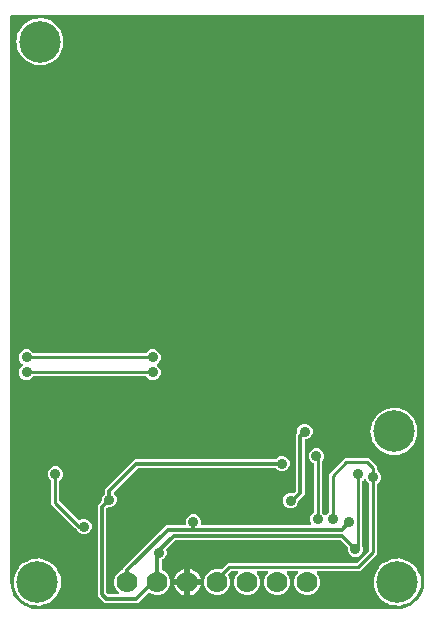
<source format=gbr>
G04 EAGLE Gerber RS-274X export*
G75*
%MOMM*%
%FSLAX34Y34*%
%LPD*%
%INBottom Copper*%
%IPPOS*%
%AMOC8*
5,1,8,0,0,1.08239X$1,22.5*%
G01*
%ADD10C,3.516000*%
%ADD11C,1.778000*%
%ADD12C,0.889000*%
%ADD13C,0.254000*%
%ADD14C,0.906400*%
%ADD15C,0.304800*%

G36*
X330222Y2543D02*
X330222Y2543D01*
X330300Y2545D01*
X333677Y2810D01*
X333745Y2824D01*
X333814Y2829D01*
X333970Y2869D01*
X340394Y4956D01*
X340501Y5006D01*
X340612Y5050D01*
X340663Y5083D01*
X340682Y5091D01*
X340697Y5104D01*
X340748Y5136D01*
X346212Y9107D01*
X346299Y9188D01*
X346346Y9227D01*
X346352Y9231D01*
X346353Y9232D01*
X346391Y9264D01*
X346429Y9310D01*
X346444Y9324D01*
X346455Y9342D01*
X346493Y9388D01*
X348186Y11717D01*
X348199Y11741D01*
X348216Y11761D01*
X348275Y11880D01*
X348339Y11996D01*
X348346Y12022D01*
X348358Y12046D01*
X348385Y12174D01*
X348399Y12185D01*
X348423Y12196D01*
X348525Y12281D01*
X348631Y12361D01*
X348648Y12382D01*
X348668Y12398D01*
X348771Y12522D01*
X350464Y14852D01*
X350521Y14956D01*
X350585Y15056D01*
X350607Y15113D01*
X350617Y15131D01*
X350622Y15151D01*
X350644Y15206D01*
X352731Y21630D01*
X352744Y21698D01*
X352767Y21764D01*
X352790Y21923D01*
X353055Y25300D01*
X353055Y25304D01*
X353056Y25307D01*
X353055Y25326D01*
X353059Y25400D01*
X353059Y504190D01*
X353044Y504308D01*
X353037Y504427D01*
X353024Y504465D01*
X353019Y504506D01*
X352976Y504616D01*
X352939Y504729D01*
X352917Y504764D01*
X352902Y504801D01*
X352833Y504897D01*
X352769Y504998D01*
X352739Y505026D01*
X352716Y505059D01*
X352624Y505135D01*
X352537Y505216D01*
X352502Y505236D01*
X352471Y505261D01*
X352363Y505312D01*
X352259Y505370D01*
X352219Y505380D01*
X352183Y505397D01*
X352066Y505419D01*
X351951Y505449D01*
X351891Y505453D01*
X351871Y505457D01*
X351850Y505455D01*
X351790Y505459D01*
X30157Y505459D01*
X30039Y505444D01*
X29920Y505437D01*
X29881Y505424D01*
X29842Y505419D01*
X29731Y505376D01*
X29617Y505339D01*
X29583Y505317D01*
X29546Y505302D01*
X29450Y505232D01*
X29386Y505192D01*
X29361Y505216D01*
X29303Y505248D01*
X29250Y505289D01*
X29164Y505325D01*
X29083Y505370D01*
X29018Y505386D01*
X28957Y505412D01*
X28865Y505426D01*
X28775Y505449D01*
X28660Y505456D01*
X28642Y505459D01*
X28628Y505458D01*
X28614Y505459D01*
X3810Y505459D01*
X3692Y505444D01*
X3573Y505437D01*
X3535Y505424D01*
X3494Y505419D01*
X3384Y505376D01*
X3271Y505339D01*
X3236Y505317D01*
X3199Y505302D01*
X3103Y505233D01*
X3002Y505169D01*
X2974Y505139D01*
X2941Y505116D01*
X2865Y505024D01*
X2784Y504937D01*
X2764Y504902D01*
X2739Y504871D01*
X2688Y504763D01*
X2630Y504659D01*
X2620Y504619D01*
X2603Y504583D01*
X2581Y504466D01*
X2551Y504351D01*
X2547Y504291D01*
X2543Y504271D01*
X2545Y504250D01*
X2541Y504190D01*
X2541Y25400D01*
X2543Y25378D01*
X2545Y25300D01*
X2810Y21923D01*
X2824Y21855D01*
X2829Y21786D01*
X2869Y21630D01*
X4956Y15206D01*
X5006Y15099D01*
X5050Y14988D01*
X5083Y14937D01*
X5091Y14918D01*
X5104Y14903D01*
X5136Y14852D01*
X9107Y9388D01*
X9127Y9366D01*
X9138Y9348D01*
X9184Y9305D01*
X9188Y9301D01*
X9264Y9209D01*
X9310Y9171D01*
X9324Y9156D01*
X9342Y9145D01*
X9388Y9107D01*
X14852Y5136D01*
X14956Y5079D01*
X15056Y5015D01*
X15113Y4993D01*
X15131Y4983D01*
X15151Y4978D01*
X15206Y4956D01*
X17945Y4066D01*
X17971Y4061D01*
X17996Y4051D01*
X18127Y4031D01*
X18257Y4006D01*
X18284Y4008D01*
X18310Y4004D01*
X18441Y4018D01*
X18455Y4008D01*
X18474Y3989D01*
X18585Y3918D01*
X18694Y3842D01*
X18719Y3832D01*
X18742Y3818D01*
X18892Y3759D01*
X21630Y2869D01*
X21698Y2856D01*
X21764Y2833D01*
X21923Y2810D01*
X25300Y2545D01*
X25322Y2546D01*
X25400Y2541D01*
X330200Y2541D01*
X330222Y2543D01*
G37*
%LPC*%
G36*
X82347Y7873D02*
X82347Y7873D01*
X76453Y13767D01*
X76453Y90373D01*
X79338Y93258D01*
X79399Y93336D01*
X79467Y93408D01*
X79496Y93461D01*
X79533Y93509D01*
X79572Y93600D01*
X79620Y93687D01*
X79635Y93745D01*
X79659Y93801D01*
X79675Y93899D01*
X79700Y93995D01*
X79706Y94095D01*
X79709Y94115D01*
X79708Y94128D01*
X79710Y94156D01*
X79710Y96366D01*
X80696Y98747D01*
X82259Y100310D01*
X82320Y100388D01*
X82387Y100460D01*
X82417Y100513D01*
X82454Y100561D01*
X82493Y100652D01*
X82541Y100739D01*
X82556Y100797D01*
X82580Y100853D01*
X82596Y100951D01*
X82620Y101047D01*
X82627Y101147D01*
X82630Y101167D01*
X82629Y101179D01*
X82631Y101207D01*
X82631Y104171D01*
X107747Y129287D01*
X226280Y129287D01*
X226378Y129299D01*
X226477Y129302D01*
X226536Y129319D01*
X226596Y129327D01*
X226688Y129363D01*
X226783Y129391D01*
X226835Y129421D01*
X226891Y129444D01*
X226971Y129502D01*
X227057Y129552D01*
X227132Y129618D01*
X227149Y129630D01*
X227156Y129640D01*
X227178Y129658D01*
X228741Y131222D01*
X231121Y132208D01*
X233699Y132208D01*
X236079Y131222D01*
X237902Y129399D01*
X238888Y127019D01*
X238888Y124441D01*
X237902Y122061D01*
X236079Y120238D01*
X233699Y119252D01*
X231121Y119252D01*
X228741Y120238D01*
X227178Y121802D01*
X227099Y121862D01*
X227027Y121930D01*
X226974Y121959D01*
X226926Y121996D01*
X226835Y122036D01*
X226749Y122084D01*
X226690Y122099D01*
X226634Y122123D01*
X226536Y122138D01*
X226441Y122163D01*
X226341Y122169D01*
X226320Y122173D01*
X226308Y122171D01*
X226280Y122173D01*
X111219Y122173D01*
X111121Y122161D01*
X111022Y122158D01*
X110964Y122141D01*
X110903Y122133D01*
X110811Y122097D01*
X110716Y122069D01*
X110664Y122039D01*
X110608Y122016D01*
X110528Y121958D01*
X110442Y121908D01*
X110367Y121842D01*
X110350Y121830D01*
X110343Y121820D01*
X110321Y121802D01*
X90370Y101851D01*
X90297Y101756D01*
X90219Y101667D01*
X90200Y101631D01*
X90176Y101599D01*
X90128Y101490D01*
X90074Y101384D01*
X90065Y101345D01*
X90049Y101307D01*
X90031Y101190D01*
X90004Y101074D01*
X90006Y101033D01*
X89999Y100993D01*
X90011Y100875D01*
X90014Y100756D01*
X90025Y100717D01*
X90029Y100677D01*
X90069Y100565D01*
X90103Y100450D01*
X90123Y100416D01*
X90137Y100377D01*
X90204Y100279D01*
X90264Y100176D01*
X90304Y100131D01*
X90315Y100114D01*
X90331Y100101D01*
X90370Y100056D01*
X91679Y98747D01*
X92665Y96366D01*
X92665Y93789D01*
X91679Y91408D01*
X89857Y89586D01*
X87476Y88600D01*
X85266Y88600D01*
X85167Y88587D01*
X85068Y88584D01*
X85010Y88568D01*
X84950Y88560D01*
X84858Y88524D01*
X84763Y88496D01*
X84711Y88465D01*
X84654Y88443D01*
X84574Y88385D01*
X84489Y88334D01*
X84413Y88268D01*
X84397Y88256D01*
X84389Y88247D01*
X84368Y88228D01*
X83938Y87799D01*
X83878Y87720D01*
X83810Y87648D01*
X83781Y87595D01*
X83744Y87547D01*
X83704Y87456D01*
X83656Y87370D01*
X83641Y87311D01*
X83617Y87255D01*
X83602Y87157D01*
X83577Y87062D01*
X83571Y86962D01*
X83567Y86941D01*
X83569Y86929D01*
X83567Y86901D01*
X83567Y17239D01*
X83579Y17141D01*
X83582Y17042D01*
X83599Y16984D01*
X83607Y16923D01*
X83643Y16831D01*
X83671Y16736D01*
X83701Y16684D01*
X83724Y16628D01*
X83782Y16548D01*
X83832Y16462D01*
X83898Y16387D01*
X83910Y16370D01*
X83920Y16363D01*
X83938Y16341D01*
X84921Y15358D01*
X85000Y15298D01*
X85072Y15230D01*
X85125Y15201D01*
X85173Y15164D01*
X85264Y15124D01*
X85350Y15076D01*
X85409Y15061D01*
X85465Y15037D01*
X85563Y15022D01*
X85658Y14997D01*
X85758Y14991D01*
X85779Y14987D01*
X85791Y14989D01*
X85819Y14987D01*
X93502Y14987D01*
X93639Y15004D01*
X93778Y15017D01*
X93797Y15024D01*
X93818Y15027D01*
X93946Y15078D01*
X94078Y15125D01*
X94094Y15136D01*
X94113Y15144D01*
X94226Y15225D01*
X94341Y15303D01*
X94354Y15319D01*
X94371Y15330D01*
X94459Y15438D01*
X94551Y15542D01*
X94560Y15560D01*
X94573Y15575D01*
X94633Y15701D01*
X94696Y15825D01*
X94700Y15845D01*
X94709Y15863D01*
X94735Y15999D01*
X94765Y16135D01*
X94765Y16156D01*
X94769Y16175D01*
X94760Y16314D01*
X94756Y16453D01*
X94750Y16473D01*
X94749Y16493D01*
X94706Y16625D01*
X94667Y16759D01*
X94657Y16776D01*
X94651Y16795D01*
X94576Y16913D01*
X94506Y17033D01*
X94487Y17054D01*
X94481Y17064D01*
X94466Y17078D01*
X94399Y17153D01*
X92340Y19213D01*
X90677Y23227D01*
X90677Y27573D01*
X92340Y31587D01*
X95413Y34660D01*
X97260Y35425D01*
X97285Y35440D01*
X97313Y35449D01*
X97423Y35518D01*
X97536Y35582D01*
X97557Y35603D01*
X97582Y35619D01*
X97671Y35713D01*
X97764Y35804D01*
X97780Y35829D01*
X97800Y35850D01*
X97863Y35964D01*
X97931Y36075D01*
X97939Y36103D01*
X97954Y36129D01*
X97986Y36255D01*
X98024Y36379D01*
X98026Y36408D01*
X98033Y36437D01*
X98043Y36598D01*
X98043Y37033D01*
X134417Y73407D01*
X149733Y73407D01*
X149851Y73422D01*
X149970Y73429D01*
X150008Y73442D01*
X150049Y73447D01*
X150159Y73490D01*
X150272Y73527D01*
X150307Y73549D01*
X150344Y73564D01*
X150440Y73633D01*
X150541Y73697D01*
X150569Y73727D01*
X150602Y73750D01*
X150678Y73842D01*
X150759Y73929D01*
X150779Y73964D01*
X150804Y73995D01*
X150855Y74103D01*
X150913Y74207D01*
X150923Y74247D01*
X150940Y74283D01*
X150962Y74400D01*
X150992Y74515D01*
X150996Y74575D01*
X151000Y74595D01*
X150998Y74616D01*
X151002Y74676D01*
X151002Y77489D01*
X151988Y79869D01*
X153811Y81692D01*
X156191Y82678D01*
X158769Y82678D01*
X161149Y81692D01*
X162972Y79869D01*
X163958Y77489D01*
X163958Y74676D01*
X163973Y74558D01*
X163980Y74439D01*
X163993Y74401D01*
X163998Y74360D01*
X164041Y74250D01*
X164078Y74137D01*
X164100Y74102D01*
X164115Y74065D01*
X164184Y73969D01*
X164248Y73868D01*
X164278Y73840D01*
X164301Y73807D01*
X164393Y73731D01*
X164480Y73650D01*
X164515Y73630D01*
X164546Y73605D01*
X164654Y73554D01*
X164758Y73496D01*
X164798Y73486D01*
X164834Y73469D01*
X164951Y73447D01*
X165066Y73417D01*
X165126Y73413D01*
X165146Y73409D01*
X165167Y73411D01*
X165227Y73407D01*
X256188Y73407D01*
X256237Y73413D01*
X256287Y73411D01*
X256394Y73433D01*
X256504Y73447D01*
X256550Y73465D01*
X256598Y73475D01*
X256697Y73523D01*
X256799Y73564D01*
X256839Y73593D01*
X256884Y73615D01*
X256968Y73686D01*
X257057Y73750D01*
X257088Y73789D01*
X257126Y73821D01*
X257189Y73911D01*
X257259Y73995D01*
X257281Y74040D01*
X257309Y74081D01*
X257348Y74184D01*
X257395Y74283D01*
X257404Y74332D01*
X257422Y74378D01*
X257434Y74488D01*
X257455Y74595D01*
X257452Y74645D01*
X257457Y74694D01*
X257442Y74803D01*
X257435Y74913D01*
X257420Y74960D01*
X257413Y75009D01*
X257361Y75162D01*
X256412Y77451D01*
X256412Y80029D01*
X257398Y82409D01*
X259216Y84226D01*
X259276Y84305D01*
X259344Y84377D01*
X259373Y84430D01*
X259410Y84478D01*
X259450Y84569D01*
X259498Y84655D01*
X259513Y84714D01*
X259537Y84770D01*
X259552Y84868D01*
X259577Y84963D01*
X259583Y85063D01*
X259587Y85084D01*
X259585Y85096D01*
X259587Y85124D01*
X259587Y125112D01*
X259584Y125141D01*
X259586Y125171D01*
X259564Y125298D01*
X259547Y125427D01*
X259537Y125455D01*
X259532Y125484D01*
X259478Y125603D01*
X259430Y125723D01*
X259413Y125747D01*
X259401Y125774D01*
X259320Y125875D01*
X259244Y125981D01*
X259221Y125999D01*
X259202Y126022D01*
X259099Y126101D01*
X258999Y126183D01*
X258972Y126196D01*
X258948Y126214D01*
X258804Y126285D01*
X257986Y126623D01*
X256163Y128446D01*
X255177Y130826D01*
X255177Y133404D01*
X256163Y135784D01*
X257986Y137607D01*
X260366Y138593D01*
X262944Y138593D01*
X265324Y137607D01*
X267147Y135784D01*
X268133Y133404D01*
X268133Y130826D01*
X267147Y128446D01*
X266564Y127864D01*
X266504Y127785D01*
X266436Y127713D01*
X266407Y127660D01*
X266370Y127612D01*
X266330Y127521D01*
X266282Y127435D01*
X266267Y127376D01*
X266243Y127320D01*
X266228Y127222D01*
X266203Y127127D01*
X266197Y127027D01*
X266193Y127006D01*
X266195Y126994D01*
X266193Y126966D01*
X266193Y85124D01*
X266205Y85026D01*
X266208Y84927D01*
X266225Y84868D01*
X266233Y84808D01*
X266269Y84716D01*
X266297Y84621D01*
X266327Y84569D01*
X266350Y84513D01*
X266408Y84433D01*
X266458Y84347D01*
X266524Y84272D01*
X266536Y84255D01*
X266546Y84248D01*
X266564Y84226D01*
X268343Y82448D01*
X268437Y82375D01*
X268526Y82297D01*
X268562Y82278D01*
X268594Y82253D01*
X268703Y82206D01*
X268809Y82152D01*
X268848Y82143D01*
X268886Y82127D01*
X269003Y82108D01*
X269119Y82082D01*
X269160Y82084D01*
X269200Y82077D01*
X269318Y82088D01*
X269437Y82092D01*
X269476Y82103D01*
X269516Y82107D01*
X269628Y82147D01*
X269743Y82180D01*
X269778Y82201D01*
X269816Y82215D01*
X269914Y82282D01*
X270017Y82342D01*
X270062Y82382D01*
X270079Y82393D01*
X270092Y82409D01*
X270138Y82448D01*
X271916Y84226D01*
X271976Y84305D01*
X272044Y84377D01*
X272073Y84430D01*
X272110Y84478D01*
X272150Y84569D01*
X272198Y84655D01*
X272213Y84714D01*
X272237Y84770D01*
X272252Y84867D01*
X272277Y84963D01*
X272283Y85063D01*
X272287Y85084D01*
X272285Y85096D01*
X272287Y85124D01*
X272287Y116938D01*
X285652Y130303D01*
X306168Y130303D01*
X313183Y123288D01*
X313183Y120684D01*
X313195Y120586D01*
X313198Y120487D01*
X313215Y120428D01*
X313223Y120368D01*
X313259Y120276D01*
X313287Y120181D01*
X313317Y120129D01*
X313340Y120073D01*
X313398Y119992D01*
X313448Y119907D01*
X313514Y119832D01*
X313526Y119815D01*
X313536Y119808D01*
X313554Y119786D01*
X315372Y117969D01*
X316358Y115589D01*
X316358Y113011D01*
X315372Y110631D01*
X313554Y108814D01*
X313494Y108735D01*
X313426Y108663D01*
X313397Y108610D01*
X313360Y108562D01*
X313320Y108471D01*
X313272Y108385D01*
X313257Y108326D01*
X313233Y108270D01*
X313218Y108173D01*
X313193Y108077D01*
X313187Y107977D01*
X313186Y107971D01*
X313185Y107969D01*
X313183Y107956D01*
X313185Y107944D01*
X313183Y107916D01*
X313183Y49432D01*
X298548Y34797D01*
X263114Y34797D01*
X262976Y34780D01*
X262838Y34767D01*
X262819Y34760D01*
X262798Y34757D01*
X262669Y34706D01*
X262538Y34659D01*
X262522Y34648D01*
X262503Y34640D01*
X262391Y34559D01*
X262275Y34481D01*
X262262Y34465D01*
X262245Y34454D01*
X262157Y34346D01*
X262065Y34242D01*
X262056Y34224D01*
X262043Y34209D01*
X261983Y34083D01*
X261920Y33959D01*
X261916Y33939D01*
X261907Y33921D01*
X261881Y33784D01*
X261851Y33649D01*
X261851Y33628D01*
X261847Y33609D01*
X261856Y33470D01*
X261860Y33331D01*
X261866Y33311D01*
X261867Y33291D01*
X261910Y33159D01*
X261949Y33025D01*
X261959Y33008D01*
X261965Y32989D01*
X262040Y32871D01*
X262110Y32751D01*
X262129Y32730D01*
X262135Y32720D01*
X262150Y32706D01*
X262217Y32631D01*
X263260Y31587D01*
X264923Y27573D01*
X264923Y23227D01*
X263260Y19213D01*
X260187Y16140D01*
X256173Y14477D01*
X251827Y14477D01*
X247813Y16140D01*
X244740Y19213D01*
X243077Y23227D01*
X243077Y27573D01*
X244740Y31587D01*
X245783Y32631D01*
X245868Y32740D01*
X245957Y32847D01*
X245966Y32866D01*
X245978Y32882D01*
X246034Y33009D01*
X246093Y33135D01*
X246097Y33155D01*
X246105Y33174D01*
X246127Y33312D01*
X246153Y33448D01*
X246151Y33468D01*
X246155Y33488D01*
X246142Y33627D01*
X246133Y33765D01*
X246127Y33784D01*
X246125Y33804D01*
X246078Y33936D01*
X246035Y34067D01*
X246024Y34085D01*
X246017Y34104D01*
X245939Y34219D01*
X245865Y34336D01*
X245850Y34350D01*
X245839Y34367D01*
X245735Y34459D01*
X245633Y34554D01*
X245615Y34564D01*
X245600Y34577D01*
X245476Y34640D01*
X245355Y34708D01*
X245335Y34713D01*
X245317Y34722D01*
X245181Y34752D01*
X245047Y34787D01*
X245019Y34789D01*
X245007Y34792D01*
X244986Y34791D01*
X244886Y34797D01*
X237714Y34797D01*
X237576Y34780D01*
X237438Y34767D01*
X237419Y34760D01*
X237398Y34757D01*
X237269Y34706D01*
X237138Y34659D01*
X237122Y34648D01*
X237103Y34640D01*
X236991Y34559D01*
X236875Y34481D01*
X236862Y34465D01*
X236845Y34454D01*
X236757Y34346D01*
X236665Y34242D01*
X236656Y34224D01*
X236643Y34209D01*
X236583Y34083D01*
X236520Y33959D01*
X236516Y33939D01*
X236507Y33921D01*
X236481Y33784D01*
X236451Y33649D01*
X236451Y33628D01*
X236447Y33609D01*
X236456Y33470D01*
X236460Y33331D01*
X236466Y33311D01*
X236467Y33291D01*
X236510Y33159D01*
X236549Y33025D01*
X236559Y33008D01*
X236565Y32989D01*
X236640Y32871D01*
X236710Y32751D01*
X236729Y32730D01*
X236735Y32720D01*
X236750Y32706D01*
X236817Y32631D01*
X237860Y31587D01*
X239523Y27573D01*
X239523Y23227D01*
X237860Y19213D01*
X234787Y16140D01*
X230773Y14477D01*
X226427Y14477D01*
X222413Y16140D01*
X219340Y19213D01*
X217677Y23227D01*
X217677Y27573D01*
X219340Y31587D01*
X220383Y32631D01*
X220468Y32740D01*
X220557Y32847D01*
X220566Y32866D01*
X220578Y32882D01*
X220634Y33009D01*
X220693Y33135D01*
X220697Y33155D01*
X220705Y33174D01*
X220727Y33312D01*
X220753Y33448D01*
X220751Y33468D01*
X220755Y33488D01*
X220742Y33627D01*
X220733Y33765D01*
X220727Y33784D01*
X220725Y33804D01*
X220678Y33936D01*
X220635Y34067D01*
X220624Y34085D01*
X220617Y34104D01*
X220539Y34219D01*
X220465Y34336D01*
X220450Y34350D01*
X220439Y34367D01*
X220335Y34459D01*
X220233Y34554D01*
X220215Y34564D01*
X220200Y34577D01*
X220076Y34640D01*
X219955Y34708D01*
X219935Y34713D01*
X219917Y34722D01*
X219781Y34752D01*
X219647Y34787D01*
X219619Y34789D01*
X219607Y34792D01*
X219586Y34791D01*
X219486Y34797D01*
X212314Y34797D01*
X212176Y34780D01*
X212038Y34767D01*
X212019Y34760D01*
X211998Y34757D01*
X211869Y34706D01*
X211738Y34659D01*
X211722Y34648D01*
X211703Y34640D01*
X211591Y34559D01*
X211475Y34481D01*
X211462Y34465D01*
X211445Y34454D01*
X211357Y34346D01*
X211265Y34242D01*
X211256Y34224D01*
X211243Y34209D01*
X211183Y34083D01*
X211120Y33959D01*
X211116Y33939D01*
X211107Y33921D01*
X211081Y33784D01*
X211051Y33649D01*
X211051Y33628D01*
X211047Y33609D01*
X211056Y33470D01*
X211060Y33331D01*
X211066Y33311D01*
X211067Y33291D01*
X211110Y33159D01*
X211149Y33025D01*
X211159Y33008D01*
X211165Y32989D01*
X211240Y32871D01*
X211310Y32751D01*
X211329Y32730D01*
X211335Y32720D01*
X211350Y32706D01*
X211417Y32631D01*
X212460Y31587D01*
X214123Y27573D01*
X214123Y23227D01*
X212460Y19213D01*
X209387Y16140D01*
X205373Y14477D01*
X201027Y14477D01*
X197013Y16140D01*
X193940Y19213D01*
X192277Y23227D01*
X192277Y27573D01*
X193940Y31587D01*
X194983Y32631D01*
X195068Y32740D01*
X195157Y32847D01*
X195166Y32866D01*
X195178Y32882D01*
X195234Y33009D01*
X195293Y33135D01*
X195297Y33155D01*
X195305Y33174D01*
X195327Y33312D01*
X195353Y33448D01*
X195351Y33468D01*
X195355Y33488D01*
X195342Y33627D01*
X195333Y33765D01*
X195327Y33784D01*
X195325Y33804D01*
X195278Y33936D01*
X195235Y34067D01*
X195224Y34085D01*
X195217Y34104D01*
X195139Y34219D01*
X195065Y34336D01*
X195050Y34350D01*
X195039Y34367D01*
X194935Y34459D01*
X194833Y34554D01*
X194815Y34564D01*
X194800Y34577D01*
X194676Y34640D01*
X194555Y34708D01*
X194535Y34713D01*
X194517Y34722D01*
X194381Y34752D01*
X194247Y34787D01*
X194219Y34789D01*
X194207Y34792D01*
X194186Y34791D01*
X194086Y34797D01*
X189854Y34797D01*
X189756Y34785D01*
X189657Y34782D01*
X189598Y34765D01*
X189538Y34757D01*
X189446Y34721D01*
X189351Y34693D01*
X189299Y34663D01*
X189243Y34640D01*
X189163Y34582D01*
X189077Y34532D01*
X189002Y34466D01*
X188985Y34454D01*
X188977Y34444D01*
X188956Y34426D01*
X187384Y32853D01*
X187366Y32830D01*
X187343Y32810D01*
X187268Y32704D01*
X187189Y32602D01*
X187177Y32575D01*
X187160Y32550D01*
X187114Y32429D01*
X187062Y32310D01*
X187058Y32281D01*
X187047Y32253D01*
X187033Y32124D01*
X187013Y31996D01*
X187015Y31966D01*
X187012Y31937D01*
X187030Y31808D01*
X187042Y31679D01*
X187052Y31651D01*
X187056Y31622D01*
X187109Y31470D01*
X188723Y27573D01*
X188723Y23227D01*
X187060Y19213D01*
X183987Y16140D01*
X179973Y14477D01*
X175627Y14477D01*
X171613Y16140D01*
X168540Y19213D01*
X166877Y23227D01*
X166877Y27573D01*
X168540Y31587D01*
X171613Y34660D01*
X175627Y36323D01*
X179973Y36323D01*
X180278Y36196D01*
X180306Y36189D01*
X180332Y36175D01*
X180459Y36147D01*
X180584Y36112D01*
X180614Y36112D01*
X180643Y36106D01*
X180772Y36109D01*
X180902Y36107D01*
X180931Y36114D01*
X180961Y36115D01*
X181085Y36151D01*
X181212Y36182D01*
X181238Y36195D01*
X181266Y36204D01*
X181378Y36269D01*
X181493Y36330D01*
X181515Y36350D01*
X181540Y36365D01*
X181661Y36472D01*
X184286Y39096D01*
X186592Y41403D01*
X295286Y41403D01*
X295384Y41415D01*
X295483Y41418D01*
X295542Y41435D01*
X295602Y41443D01*
X295694Y41479D01*
X295789Y41507D01*
X295841Y41537D01*
X295897Y41560D01*
X295977Y41618D01*
X296063Y41668D01*
X296138Y41734D01*
X296155Y41746D01*
X296163Y41756D01*
X296184Y41774D01*
X306206Y51796D01*
X306266Y51875D01*
X306334Y51947D01*
X306363Y52000D01*
X306400Y52048D01*
X306440Y52139D01*
X306488Y52225D01*
X306503Y52284D01*
X306527Y52339D01*
X306542Y52437D01*
X306567Y52533D01*
X306573Y52633D01*
X306577Y52654D01*
X306575Y52666D01*
X306577Y52694D01*
X306577Y107916D01*
X306565Y108014D01*
X306562Y108113D01*
X306545Y108172D01*
X306537Y108232D01*
X306501Y108324D01*
X306473Y108419D01*
X306443Y108471D01*
X306420Y108527D01*
X306362Y108608D01*
X306312Y108693D01*
X306246Y108768D01*
X306234Y108785D01*
X306224Y108792D01*
X306206Y108814D01*
X304388Y110631D01*
X303869Y111886D01*
X303844Y111929D01*
X303827Y111976D01*
X303765Y112067D01*
X303711Y112162D01*
X303676Y112198D01*
X303649Y112239D01*
X303566Y112311D01*
X303490Y112390D01*
X303447Y112416D01*
X303410Y112449D01*
X303312Y112499D01*
X303219Y112557D01*
X303171Y112571D01*
X303127Y112594D01*
X303020Y112618D01*
X302915Y112650D01*
X302865Y112653D01*
X302817Y112664D01*
X302707Y112660D01*
X302597Y112665D01*
X302548Y112655D01*
X302499Y112654D01*
X302393Y112623D01*
X302286Y112601D01*
X302241Y112579D01*
X302193Y112565D01*
X302099Y112510D01*
X302000Y112461D01*
X301962Y112429D01*
X301919Y112404D01*
X301798Y112298D01*
X300854Y111354D01*
X300794Y111275D01*
X300726Y111203D01*
X300697Y111150D01*
X300660Y111102D01*
X300620Y111011D01*
X300572Y110925D01*
X300557Y110866D01*
X300533Y110810D01*
X300518Y110713D01*
X300493Y110617D01*
X300487Y110517D01*
X300483Y110496D01*
X300485Y110484D01*
X300483Y110456D01*
X300483Y56414D01*
X300484Y56405D01*
X300483Y56396D01*
X300504Y56247D01*
X300523Y56098D01*
X300526Y56090D01*
X300527Y56081D01*
X300579Y55928D01*
X301118Y54629D01*
X301118Y52051D01*
X300132Y49671D01*
X298309Y47848D01*
X295929Y46862D01*
X293351Y46862D01*
X290971Y47848D01*
X289148Y49671D01*
X288162Y52051D01*
X288162Y54262D01*
X288150Y54360D01*
X288147Y54459D01*
X288130Y54517D01*
X288122Y54578D01*
X288086Y54670D01*
X288058Y54765D01*
X288028Y54817D01*
X288005Y54873D01*
X287947Y54953D01*
X287897Y55039D01*
X287831Y55114D01*
X287819Y55131D01*
X287809Y55138D01*
X287791Y55160D01*
X282109Y60842D01*
X282030Y60902D01*
X281958Y60970D01*
X281905Y60999D01*
X281857Y61036D01*
X281766Y61076D01*
X281680Y61124D01*
X281621Y61139D01*
X281565Y61163D01*
X281467Y61178D01*
X281372Y61203D01*
X281272Y61209D01*
X281251Y61213D01*
X281239Y61211D01*
X281211Y61213D01*
X142969Y61213D01*
X142871Y61201D01*
X142772Y61198D01*
X142714Y61181D01*
X142653Y61173D01*
X142561Y61137D01*
X142466Y61109D01*
X142414Y61079D01*
X142358Y61056D01*
X142278Y60998D01*
X142192Y60948D01*
X142117Y60882D01*
X142100Y60870D01*
X142093Y60860D01*
X142071Y60842D01*
X134817Y53587D01*
X134799Y53564D01*
X134777Y53545D01*
X134702Y53439D01*
X134622Y53336D01*
X134611Y53309D01*
X134594Y53285D01*
X134548Y53163D01*
X134496Y53044D01*
X134491Y53015D01*
X134481Y52987D01*
X134466Y52858D01*
X134446Y52730D01*
X134449Y52701D01*
X134446Y52671D01*
X134464Y52543D01*
X134476Y52413D01*
X134486Y52386D01*
X134490Y52356D01*
X134542Y52204D01*
X134748Y51708D01*
X134748Y49130D01*
X133762Y46750D01*
X131939Y44927D01*
X131340Y44679D01*
X131315Y44665D01*
X131287Y44656D01*
X131177Y44586D01*
X131064Y44522D01*
X131043Y44501D01*
X131018Y44485D01*
X130929Y44391D01*
X130836Y44300D01*
X130820Y44275D01*
X130800Y44254D01*
X130737Y44140D01*
X130669Y44029D01*
X130661Y44001D01*
X130646Y43975D01*
X130614Y43850D01*
X130576Y43725D01*
X130574Y43696D01*
X130567Y43667D01*
X130557Y43507D01*
X130557Y36598D01*
X130560Y36568D01*
X130558Y36539D01*
X130580Y36411D01*
X130597Y36282D01*
X130607Y36255D01*
X130612Y36225D01*
X130666Y36107D01*
X130714Y35986D01*
X130731Y35962D01*
X130743Y35935D01*
X130824Y35834D01*
X130900Y35729D01*
X130923Y35710D01*
X130942Y35687D01*
X131045Y35609D01*
X131145Y35526D01*
X131172Y35514D01*
X131196Y35496D01*
X131340Y35425D01*
X133187Y34660D01*
X136260Y31587D01*
X137923Y27573D01*
X137923Y23227D01*
X136260Y19213D01*
X133187Y16140D01*
X129173Y14477D01*
X124827Y14477D01*
X120813Y16140D01*
X120784Y16169D01*
X120692Y16240D01*
X120672Y16259D01*
X120668Y16262D01*
X120601Y16321D01*
X120565Y16339D01*
X120533Y16364D01*
X120423Y16411D01*
X120317Y16465D01*
X120278Y16474D01*
X120241Y16490D01*
X120123Y16509D01*
X120007Y16535D01*
X119967Y16534D01*
X119927Y16540D01*
X119809Y16529D01*
X119689Y16525D01*
X119650Y16514D01*
X119610Y16510D01*
X119498Y16470D01*
X119384Y16437D01*
X119349Y16416D01*
X119311Y16403D01*
X119212Y16336D01*
X119110Y16275D01*
X119065Y16236D01*
X119048Y16224D01*
X119034Y16209D01*
X118989Y16169D01*
X110693Y7873D01*
X82347Y7873D01*
G37*
%LPD*%
%LPC*%
G36*
X15204Y196635D02*
X15204Y196635D01*
X12791Y197635D01*
X10945Y199481D01*
X9945Y201894D01*
X9945Y204506D01*
X10945Y206919D01*
X12679Y208653D01*
X12752Y208747D01*
X12830Y208836D01*
X12849Y208872D01*
X12874Y208904D01*
X12921Y209013D01*
X12975Y209119D01*
X12984Y209158D01*
X13000Y209196D01*
X13019Y209313D01*
X13045Y209429D01*
X13043Y209470D01*
X13050Y209510D01*
X13039Y209628D01*
X13035Y209747D01*
X13024Y209786D01*
X13020Y209826D01*
X12980Y209938D01*
X12947Y210053D01*
X12926Y210088D01*
X12912Y210126D01*
X12845Y210224D01*
X12785Y210327D01*
X12745Y210372D01*
X12734Y210389D01*
X12718Y210402D01*
X12679Y210448D01*
X10945Y212181D01*
X9945Y214594D01*
X9945Y217206D01*
X10945Y219619D01*
X12791Y221465D01*
X15204Y222465D01*
X17816Y222465D01*
X20229Y221465D01*
X22119Y219574D01*
X22198Y219514D01*
X22270Y219446D01*
X22323Y219417D01*
X22371Y219380D01*
X22462Y219340D01*
X22548Y219292D01*
X22607Y219277D01*
X22663Y219253D01*
X22761Y219238D01*
X22856Y219213D01*
X22956Y219207D01*
X22977Y219203D01*
X22989Y219205D01*
X23017Y219203D01*
X116683Y219203D01*
X116781Y219215D01*
X116880Y219218D01*
X116938Y219235D01*
X116999Y219243D01*
X117091Y219279D01*
X117186Y219307D01*
X117238Y219337D01*
X117294Y219360D01*
X117374Y219418D01*
X117460Y219468D01*
X117535Y219534D01*
X117552Y219546D01*
X117559Y219556D01*
X117581Y219574D01*
X119471Y221465D01*
X121884Y222465D01*
X124496Y222465D01*
X126909Y221465D01*
X128755Y219619D01*
X129755Y217206D01*
X129755Y214594D01*
X128755Y212181D01*
X127021Y210448D01*
X126948Y210353D01*
X126870Y210264D01*
X126851Y210228D01*
X126826Y210196D01*
X126779Y210087D01*
X126725Y209981D01*
X126716Y209942D01*
X126700Y209904D01*
X126681Y209787D01*
X126655Y209671D01*
X126657Y209630D01*
X126650Y209590D01*
X126661Y209472D01*
X126665Y209353D01*
X126676Y209314D01*
X126680Y209274D01*
X126720Y209161D01*
X126753Y209047D01*
X126774Y209013D01*
X126788Y208974D01*
X126855Y208876D01*
X126915Y208773D01*
X126955Y208728D01*
X126966Y208711D01*
X126982Y208698D01*
X127021Y208653D01*
X128755Y206919D01*
X129755Y204506D01*
X129755Y201894D01*
X128755Y199481D01*
X126909Y197635D01*
X124496Y196635D01*
X121884Y196635D01*
X119471Y197635D01*
X117581Y199526D01*
X117502Y199586D01*
X117430Y199654D01*
X117377Y199683D01*
X117329Y199720D01*
X117238Y199760D01*
X117152Y199808D01*
X117093Y199823D01*
X117037Y199847D01*
X116939Y199862D01*
X116844Y199887D01*
X116744Y199893D01*
X116723Y199897D01*
X116711Y199895D01*
X116683Y199897D01*
X23017Y199897D01*
X22919Y199885D01*
X22820Y199882D01*
X22762Y199865D01*
X22701Y199857D01*
X22609Y199821D01*
X22514Y199793D01*
X22462Y199763D01*
X22406Y199740D01*
X22326Y199682D01*
X22240Y199632D01*
X22165Y199566D01*
X22148Y199554D01*
X22141Y199544D01*
X22119Y199526D01*
X20229Y197635D01*
X17816Y196635D01*
X15204Y196635D01*
G37*
%LPD*%
%LPC*%
G36*
X25816Y463380D02*
X25816Y463380D01*
X25798Y463380D01*
X25683Y463387D01*
X23639Y463387D01*
X23091Y463614D01*
X22993Y463641D01*
X22897Y463677D01*
X22805Y463692D01*
X22784Y463698D01*
X22770Y463698D01*
X22738Y463704D01*
X21319Y463853D01*
X18355Y465564D01*
X18353Y465565D01*
X18350Y465567D01*
X18206Y465638D01*
X16430Y466373D01*
X15833Y466970D01*
X15766Y467022D01*
X15705Y467083D01*
X15591Y467158D01*
X15582Y467165D01*
X15578Y467167D01*
X15571Y467172D01*
X14069Y468039D01*
X12279Y470503D01*
X12266Y470517D01*
X12256Y470533D01*
X12149Y470654D01*
X10913Y471890D01*
X10497Y472896D01*
X10462Y472956D01*
X10437Y473020D01*
X10351Y473156D01*
X9148Y474811D01*
X8587Y477449D01*
X8576Y477483D01*
X8571Y477519D01*
X8519Y477671D01*
X7927Y479099D01*
X7927Y480422D01*
X7921Y480474D01*
X7923Y480526D01*
X7900Y480686D01*
X7408Y483000D01*
X7900Y485314D01*
X7904Y485367D01*
X7917Y485417D01*
X7927Y485578D01*
X7927Y486901D01*
X8519Y488329D01*
X8528Y488363D01*
X8544Y488395D01*
X8587Y488551D01*
X9148Y491189D01*
X10351Y492844D01*
X10384Y492905D01*
X10426Y492960D01*
X10497Y493104D01*
X10913Y494110D01*
X12149Y495346D01*
X12161Y495361D01*
X12176Y495373D01*
X12279Y495497D01*
X14069Y497961D01*
X15571Y498828D01*
X15639Y498880D01*
X15713Y498924D01*
X15815Y499014D01*
X15824Y499021D01*
X15827Y499024D01*
X15833Y499030D01*
X16430Y499627D01*
X18206Y500362D01*
X18208Y500364D01*
X18211Y500364D01*
X18355Y500436D01*
X21319Y502147D01*
X22738Y502296D01*
X22837Y502320D01*
X22939Y502334D01*
X23027Y502364D01*
X23048Y502369D01*
X23060Y502375D01*
X23091Y502386D01*
X23639Y502613D01*
X25683Y502613D01*
X25700Y502615D01*
X25816Y502620D01*
X28747Y502928D01*
X28837Y502949D01*
X28930Y502961D01*
X28992Y502985D01*
X29056Y503000D01*
X29139Y503043D01*
X29225Y503078D01*
X29279Y503117D01*
X29338Y503148D01*
X29384Y503189D01*
X29410Y503164D01*
X29515Y503106D01*
X29615Y503042D01*
X29671Y503020D01*
X29689Y503010D01*
X29708Y503005D01*
X29765Y502983D01*
X30713Y502675D01*
X30830Y502653D01*
X30945Y502623D01*
X31005Y502619D01*
X31025Y502615D01*
X31046Y502617D01*
X31105Y502613D01*
X31441Y502613D01*
X33349Y501823D01*
X33370Y501817D01*
X33443Y501788D01*
X37606Y500435D01*
X38218Y499885D01*
X38329Y499807D01*
X38437Y499726D01*
X38467Y499711D01*
X38479Y499703D01*
X38499Y499696D01*
X38581Y499655D01*
X38650Y499627D01*
X39945Y498332D01*
X39959Y498321D01*
X39993Y498286D01*
X43827Y494834D01*
X44040Y494356D01*
X44119Y494226D01*
X44390Y493571D01*
X44395Y493563D01*
X44403Y493541D01*
X47232Y487186D01*
X47232Y478814D01*
X44403Y472459D01*
X44400Y472449D01*
X44390Y472429D01*
X44134Y471811D01*
X44115Y471787D01*
X44110Y471779D01*
X44108Y471775D01*
X44103Y471764D01*
X44040Y471644D01*
X43827Y471166D01*
X39993Y467714D01*
X39981Y467700D01*
X39945Y467668D01*
X38650Y466373D01*
X38581Y466345D01*
X38464Y466278D01*
X38344Y466215D01*
X38317Y466194D01*
X38305Y466187D01*
X38289Y466172D01*
X38218Y466115D01*
X37606Y465565D01*
X33442Y464212D01*
X33423Y464203D01*
X33349Y464177D01*
X31441Y463387D01*
X31105Y463387D01*
X30987Y463372D01*
X30869Y463365D01*
X30810Y463350D01*
X30790Y463347D01*
X30771Y463340D01*
X30713Y463325D01*
X29644Y462978D01*
X25816Y463380D01*
G37*
%LPD*%
%LPC*%
G36*
X328476Y5780D02*
X328476Y5780D01*
X328458Y5780D01*
X328343Y5787D01*
X326299Y5787D01*
X325751Y6014D01*
X325653Y6041D01*
X325557Y6077D01*
X325465Y6092D01*
X325444Y6098D01*
X325430Y6098D01*
X325398Y6104D01*
X323979Y6253D01*
X321015Y7964D01*
X321013Y7965D01*
X321010Y7967D01*
X320866Y8038D01*
X319090Y8773D01*
X318493Y9370D01*
X318426Y9422D01*
X318365Y9483D01*
X318251Y9558D01*
X318242Y9565D01*
X318238Y9567D01*
X318231Y9572D01*
X316729Y10439D01*
X314939Y12903D01*
X314926Y12917D01*
X314916Y12933D01*
X314809Y13054D01*
X313573Y14290D01*
X313157Y15296D01*
X313122Y15356D01*
X313097Y15420D01*
X313011Y15556D01*
X311808Y17211D01*
X311247Y19849D01*
X311236Y19883D01*
X311231Y19919D01*
X311179Y20071D01*
X310587Y21499D01*
X310587Y22822D01*
X310581Y22874D01*
X310583Y22926D01*
X310560Y23086D01*
X310068Y25400D01*
X310560Y27714D01*
X310564Y27767D01*
X310577Y27817D01*
X310587Y27978D01*
X310587Y29301D01*
X311179Y30729D01*
X311188Y30763D01*
X311204Y30795D01*
X311247Y30951D01*
X311808Y33589D01*
X313011Y35244D01*
X313044Y35305D01*
X313086Y35360D01*
X313157Y35504D01*
X313573Y36510D01*
X314809Y37746D01*
X314821Y37761D01*
X314836Y37773D01*
X314939Y37897D01*
X316729Y40361D01*
X318231Y41228D01*
X318299Y41280D01*
X318373Y41324D01*
X318475Y41414D01*
X318484Y41421D01*
X318487Y41424D01*
X318493Y41430D01*
X319090Y42027D01*
X320866Y42762D01*
X320868Y42764D01*
X320871Y42764D01*
X321015Y42836D01*
X323979Y44547D01*
X325398Y44696D01*
X325497Y44720D01*
X325599Y44734D01*
X325687Y44764D01*
X325708Y44769D01*
X325720Y44775D01*
X325751Y44786D01*
X326299Y45013D01*
X328343Y45013D01*
X328360Y45015D01*
X328476Y45020D01*
X332304Y45422D01*
X333373Y45075D01*
X333490Y45053D01*
X333605Y45023D01*
X333665Y45019D01*
X333685Y45015D01*
X333706Y45017D01*
X333765Y45013D01*
X334101Y45013D01*
X336009Y44223D01*
X336030Y44217D01*
X336103Y44188D01*
X340266Y42835D01*
X340878Y42285D01*
X340989Y42207D01*
X341097Y42126D01*
X341127Y42111D01*
X341139Y42103D01*
X341159Y42096D01*
X341241Y42055D01*
X341310Y42027D01*
X342605Y40732D01*
X342619Y40721D01*
X342653Y40686D01*
X346487Y37234D01*
X346700Y36756D01*
X346779Y36626D01*
X347050Y35971D01*
X347055Y35963D01*
X347063Y35941D01*
X349892Y29586D01*
X349892Y21214D01*
X347063Y14859D01*
X347060Y14849D01*
X347050Y14829D01*
X346794Y14211D01*
X346775Y14187D01*
X346770Y14178D01*
X346768Y14175D01*
X346763Y14165D01*
X346700Y14044D01*
X346585Y13785D01*
X346577Y13759D01*
X346564Y13736D01*
X346531Y13607D01*
X346514Y13552D01*
X346480Y13536D01*
X346460Y13519D01*
X346436Y13507D01*
X346310Y13407D01*
X342653Y10114D01*
X342641Y10100D01*
X342605Y10068D01*
X341310Y8773D01*
X341241Y8745D01*
X341124Y8678D01*
X341004Y8615D01*
X340977Y8594D01*
X340965Y8587D01*
X340949Y8572D01*
X340878Y8515D01*
X340266Y7965D01*
X336102Y6612D01*
X336083Y6603D01*
X336009Y6577D01*
X334101Y5787D01*
X333765Y5787D01*
X333647Y5772D01*
X333529Y5765D01*
X333470Y5750D01*
X333450Y5747D01*
X333431Y5740D01*
X333373Y5725D01*
X332304Y5378D01*
X328476Y5780D01*
G37*
%LPD*%
%LPC*%
G36*
X23676Y5780D02*
X23676Y5780D01*
X23658Y5780D01*
X23543Y5787D01*
X21499Y5787D01*
X20951Y6014D01*
X20853Y6041D01*
X20757Y6077D01*
X20665Y6092D01*
X20644Y6098D01*
X20630Y6098D01*
X20598Y6104D01*
X19416Y6228D01*
X19390Y6227D01*
X19364Y6232D01*
X19231Y6224D01*
X19173Y6223D01*
X19147Y6250D01*
X19125Y6265D01*
X19106Y6283D01*
X18972Y6372D01*
X16215Y7964D01*
X16213Y7965D01*
X16210Y7967D01*
X16066Y8038D01*
X14290Y8773D01*
X13693Y9370D01*
X13626Y9422D01*
X13565Y9483D01*
X13451Y9558D01*
X13442Y9565D01*
X13438Y9567D01*
X13431Y9572D01*
X11929Y10439D01*
X10139Y12903D01*
X10126Y12917D01*
X10116Y12933D01*
X10009Y13054D01*
X8773Y14290D01*
X8357Y15296D01*
X8322Y15356D01*
X8297Y15420D01*
X8211Y15556D01*
X7008Y17211D01*
X6447Y19849D01*
X6436Y19883D01*
X6431Y19919D01*
X6379Y20071D01*
X5787Y21499D01*
X5787Y22822D01*
X5781Y22874D01*
X5783Y22926D01*
X5760Y23086D01*
X5268Y25400D01*
X5760Y27714D01*
X5764Y27767D01*
X5777Y27817D01*
X5787Y27978D01*
X5787Y29301D01*
X6379Y30729D01*
X6388Y30763D01*
X6404Y30795D01*
X6447Y30951D01*
X7008Y33589D01*
X8211Y35244D01*
X8244Y35305D01*
X8286Y35360D01*
X8357Y35504D01*
X8773Y36510D01*
X10009Y37746D01*
X10021Y37761D01*
X10036Y37773D01*
X10139Y37897D01*
X11929Y40361D01*
X13431Y41228D01*
X13499Y41280D01*
X13573Y41324D01*
X13675Y41414D01*
X13684Y41421D01*
X13687Y41424D01*
X13693Y41430D01*
X14290Y42027D01*
X16066Y42762D01*
X16068Y42764D01*
X16071Y42764D01*
X16215Y42836D01*
X19179Y44547D01*
X20598Y44696D01*
X20697Y44720D01*
X20799Y44734D01*
X20887Y44764D01*
X20908Y44769D01*
X20920Y44775D01*
X20951Y44786D01*
X21499Y45013D01*
X23543Y45013D01*
X23560Y45015D01*
X23676Y45020D01*
X27504Y45422D01*
X28573Y45075D01*
X28690Y45053D01*
X28805Y45023D01*
X28865Y45019D01*
X28885Y45015D01*
X28906Y45017D01*
X28965Y45013D01*
X29301Y45013D01*
X31209Y44223D01*
X31230Y44217D01*
X31303Y44188D01*
X35466Y42835D01*
X36078Y42285D01*
X36189Y42207D01*
X36297Y42126D01*
X36327Y42111D01*
X36339Y42103D01*
X36359Y42096D01*
X36441Y42055D01*
X36510Y42027D01*
X37805Y40732D01*
X37819Y40721D01*
X37853Y40686D01*
X41687Y37234D01*
X41900Y36756D01*
X41979Y36626D01*
X42250Y35971D01*
X42255Y35963D01*
X42263Y35941D01*
X45092Y29586D01*
X45092Y21214D01*
X42263Y14859D01*
X42260Y14849D01*
X42250Y14829D01*
X41994Y14211D01*
X41975Y14187D01*
X41970Y14179D01*
X41968Y14175D01*
X41963Y14164D01*
X41900Y14044D01*
X41687Y13566D01*
X37853Y10114D01*
X37841Y10100D01*
X37805Y10068D01*
X36510Y8773D01*
X36441Y8745D01*
X36324Y8678D01*
X36204Y8615D01*
X36177Y8594D01*
X36165Y8587D01*
X36149Y8572D01*
X36078Y8515D01*
X35466Y7965D01*
X31302Y6612D01*
X31283Y6603D01*
X31209Y6577D01*
X29301Y5787D01*
X28965Y5787D01*
X28847Y5772D01*
X28729Y5765D01*
X28670Y5750D01*
X28650Y5747D01*
X28631Y5740D01*
X28573Y5725D01*
X27504Y5378D01*
X23676Y5780D01*
G37*
%LPD*%
%LPC*%
G36*
X325816Y133380D02*
X325816Y133380D01*
X325798Y133380D01*
X325683Y133387D01*
X323639Y133387D01*
X323091Y133614D01*
X322993Y133641D01*
X322897Y133677D01*
X322805Y133692D01*
X322784Y133698D01*
X322770Y133698D01*
X322738Y133704D01*
X321319Y133853D01*
X318355Y135564D01*
X318353Y135565D01*
X318350Y135567D01*
X318206Y135638D01*
X316430Y136373D01*
X315833Y136970D01*
X315766Y137022D01*
X315705Y137083D01*
X315591Y137158D01*
X315582Y137165D01*
X315578Y137167D01*
X315571Y137172D01*
X314069Y138039D01*
X312279Y140503D01*
X312266Y140517D01*
X312256Y140533D01*
X312149Y140654D01*
X310913Y141890D01*
X310497Y142896D01*
X310462Y142956D01*
X310437Y143020D01*
X310351Y143156D01*
X309148Y144811D01*
X308587Y147449D01*
X308576Y147483D01*
X308571Y147519D01*
X308519Y147671D01*
X307927Y149099D01*
X307927Y150422D01*
X307921Y150474D01*
X307923Y150526D01*
X307900Y150686D01*
X307408Y153000D01*
X307900Y155314D01*
X307904Y155367D01*
X307917Y155417D01*
X307927Y155578D01*
X307927Y156901D01*
X308519Y158329D01*
X308528Y158363D01*
X308544Y158395D01*
X308587Y158551D01*
X309148Y161189D01*
X310351Y162844D01*
X310384Y162905D01*
X310426Y162960D01*
X310497Y163104D01*
X310913Y164110D01*
X312149Y165346D01*
X312161Y165361D01*
X312176Y165373D01*
X312279Y165497D01*
X314069Y167961D01*
X315571Y168828D01*
X315639Y168880D01*
X315713Y168924D01*
X315815Y169014D01*
X315824Y169021D01*
X315827Y169024D01*
X315833Y169030D01*
X316430Y169627D01*
X318206Y170362D01*
X318208Y170364D01*
X318211Y170364D01*
X318355Y170436D01*
X321319Y172147D01*
X322738Y172296D01*
X322837Y172320D01*
X322939Y172334D01*
X323027Y172364D01*
X323048Y172369D01*
X323060Y172375D01*
X323091Y172386D01*
X323639Y172613D01*
X325683Y172613D01*
X325700Y172615D01*
X325816Y172620D01*
X329644Y173022D01*
X330713Y172675D01*
X330830Y172653D01*
X330945Y172623D01*
X331005Y172619D01*
X331025Y172615D01*
X331046Y172617D01*
X331105Y172613D01*
X331441Y172613D01*
X333349Y171823D01*
X333370Y171817D01*
X333443Y171788D01*
X337606Y170435D01*
X338218Y169885D01*
X338329Y169807D01*
X338437Y169726D01*
X338467Y169711D01*
X338479Y169703D01*
X338499Y169696D01*
X338581Y169655D01*
X338650Y169627D01*
X339945Y168332D01*
X339959Y168321D01*
X339993Y168286D01*
X343827Y164834D01*
X344040Y164356D01*
X344119Y164226D01*
X344390Y163571D01*
X344395Y163563D01*
X344403Y163541D01*
X347232Y157186D01*
X347232Y148814D01*
X344403Y142459D01*
X344400Y142449D01*
X344390Y142429D01*
X344134Y141811D01*
X344115Y141787D01*
X344110Y141779D01*
X344108Y141775D01*
X344103Y141764D01*
X344040Y141644D01*
X343827Y141166D01*
X339993Y137714D01*
X339981Y137700D01*
X339945Y137668D01*
X338650Y136373D01*
X338581Y136345D01*
X338464Y136278D01*
X338344Y136215D01*
X338317Y136194D01*
X338305Y136187D01*
X338289Y136172D01*
X338218Y136115D01*
X337606Y135565D01*
X333442Y134212D01*
X333423Y134203D01*
X333349Y134177D01*
X331441Y133387D01*
X331105Y133387D01*
X330987Y133372D01*
X330869Y133365D01*
X330810Y133350D01*
X330790Y133347D01*
X330771Y133340D01*
X330713Y133325D01*
X329644Y132978D01*
X325816Y133380D01*
G37*
%LPD*%
%LPC*%
G36*
X238664Y87899D02*
X238664Y87899D01*
X236284Y88885D01*
X234461Y90708D01*
X233475Y93089D01*
X233475Y95666D01*
X234461Y98046D01*
X236284Y99869D01*
X238664Y100855D01*
X241241Y100855D01*
X241469Y100761D01*
X241497Y100753D01*
X241523Y100740D01*
X241650Y100711D01*
X241775Y100677D01*
X241805Y100676D01*
X241834Y100670D01*
X241963Y100674D01*
X242093Y100672D01*
X242122Y100679D01*
X242152Y100680D01*
X242276Y100716D01*
X242403Y100746D01*
X242429Y100760D01*
X242457Y100768D01*
X242569Y100834D01*
X242684Y100895D01*
X242706Y100914D01*
X242731Y100929D01*
X242852Y101036D01*
X244154Y102339D01*
X244215Y102417D01*
X244283Y102489D01*
X244312Y102542D01*
X244349Y102590D01*
X244389Y102681D01*
X244437Y102767D01*
X244452Y102826D01*
X244476Y102882D01*
X244491Y102980D01*
X244516Y103075D01*
X244522Y103175D01*
X244526Y103196D01*
X244524Y103208D01*
X244526Y103236D01*
X244526Y150496D01*
X245043Y151013D01*
X245104Y151092D01*
X245172Y151164D01*
X245201Y151217D01*
X245238Y151265D01*
X245278Y151356D01*
X245326Y151442D01*
X245341Y151501D01*
X245365Y151557D01*
X245380Y151655D01*
X245405Y151750D01*
X245411Y151850D01*
X245415Y151871D01*
X245413Y151883D01*
X245415Y151911D01*
X245415Y154122D01*
X246401Y156502D01*
X248224Y158325D01*
X250604Y159311D01*
X253182Y159311D01*
X255562Y158325D01*
X257385Y156502D01*
X258371Y154122D01*
X258371Y151544D01*
X257385Y149164D01*
X255562Y147341D01*
X253182Y146355D01*
X252909Y146355D01*
X252791Y146340D01*
X252672Y146333D01*
X252634Y146320D01*
X252593Y146315D01*
X252483Y146272D01*
X252370Y146235D01*
X252335Y146213D01*
X252298Y146198D01*
X252201Y146128D01*
X252101Y146065D01*
X252073Y146035D01*
X252040Y146012D01*
X251964Y145920D01*
X251883Y145833D01*
X251863Y145798D01*
X251838Y145767D01*
X251787Y145659D01*
X251729Y145555D01*
X251719Y145515D01*
X251702Y145479D01*
X251680Y145362D01*
X251650Y145247D01*
X251646Y145186D01*
X251642Y145166D01*
X251644Y145146D01*
X251640Y145086D01*
X251640Y99764D01*
X246802Y94927D01*
X246742Y94848D01*
X246674Y94776D01*
X246645Y94723D01*
X246608Y94675D01*
X246568Y94584D01*
X246520Y94498D01*
X246505Y94439D01*
X246481Y94383D01*
X246466Y94285D01*
X246441Y94190D01*
X246435Y94090D01*
X246431Y94069D01*
X246433Y94057D01*
X246431Y94029D01*
X246431Y93089D01*
X245445Y90708D01*
X243622Y88885D01*
X241242Y87899D01*
X238664Y87899D01*
G37*
%LPD*%
%LPC*%
G36*
X63481Y65912D02*
X63481Y65912D01*
X61101Y66898D01*
X59278Y68721D01*
X58894Y69648D01*
X58890Y69657D01*
X58887Y69665D01*
X58811Y69794D01*
X58737Y69925D01*
X58730Y69931D01*
X58725Y69939D01*
X58619Y70060D01*
X57286Y71394D01*
X37337Y91342D01*
X37337Y110456D01*
X37325Y110554D01*
X37322Y110653D01*
X37305Y110712D01*
X37297Y110772D01*
X37261Y110864D01*
X37233Y110959D01*
X37203Y111011D01*
X37180Y111067D01*
X37122Y111147D01*
X37072Y111233D01*
X37006Y111308D01*
X36994Y111325D01*
X36984Y111332D01*
X36966Y111354D01*
X35148Y113171D01*
X34162Y115551D01*
X34162Y118129D01*
X35148Y120509D01*
X36971Y122332D01*
X39351Y123318D01*
X41929Y123318D01*
X44309Y122332D01*
X46132Y120509D01*
X47118Y118129D01*
X47118Y115551D01*
X46132Y113171D01*
X44314Y111354D01*
X44254Y111275D01*
X44186Y111203D01*
X44157Y111150D01*
X44120Y111102D01*
X44080Y111011D01*
X44032Y110925D01*
X44017Y110866D01*
X43993Y110810D01*
X43978Y110712D01*
X43953Y110617D01*
X43947Y110517D01*
X43943Y110496D01*
X43945Y110484D01*
X43943Y110456D01*
X43943Y94604D01*
X43955Y94506D01*
X43958Y94407D01*
X43975Y94348D01*
X43983Y94288D01*
X44019Y94196D01*
X44047Y94101D01*
X44077Y94049D01*
X44100Y93993D01*
X44158Y93913D01*
X44208Y93827D01*
X44274Y93752D01*
X44286Y93735D01*
X44296Y93727D01*
X44314Y93706D01*
X59821Y78200D01*
X59844Y78182D01*
X59864Y78159D01*
X59970Y78084D01*
X60072Y78005D01*
X60099Y77993D01*
X60124Y77976D01*
X60245Y77930D01*
X60364Y77878D01*
X60393Y77874D01*
X60421Y77863D01*
X60550Y77849D01*
X60678Y77829D01*
X60708Y77831D01*
X60737Y77828D01*
X60866Y77846D01*
X60995Y77858D01*
X61023Y77868D01*
X61052Y77872D01*
X61204Y77925D01*
X63481Y78868D01*
X66059Y78868D01*
X68439Y77882D01*
X70262Y76059D01*
X71248Y73679D01*
X71248Y71101D01*
X70262Y68721D01*
X68439Y66898D01*
X66059Y65912D01*
X63481Y65912D01*
G37*
%LPD*%
%LPC*%
G36*
X154899Y27899D02*
X154899Y27899D01*
X154899Y36577D01*
X155077Y36549D01*
X156788Y35993D01*
X158391Y35177D01*
X159847Y34119D01*
X161119Y32847D01*
X162177Y31391D01*
X162993Y29788D01*
X163549Y28077D01*
X163577Y27899D01*
X154899Y27899D01*
G37*
%LPD*%
%LPC*%
G36*
X141223Y27899D02*
X141223Y27899D01*
X141251Y28077D01*
X141807Y29788D01*
X142623Y31391D01*
X143681Y32847D01*
X144953Y34119D01*
X146409Y35177D01*
X148012Y35993D01*
X149723Y36549D01*
X149901Y36577D01*
X149901Y27899D01*
X141223Y27899D01*
G37*
%LPD*%
%LPC*%
G36*
X154899Y22901D02*
X154899Y22901D01*
X163577Y22901D01*
X163549Y22723D01*
X162993Y21012D01*
X162177Y19409D01*
X161119Y17953D01*
X159847Y16681D01*
X158391Y15623D01*
X156788Y14807D01*
X155077Y14251D01*
X154899Y14223D01*
X154899Y22901D01*
G37*
%LPD*%
%LPC*%
G36*
X149723Y14251D02*
X149723Y14251D01*
X148012Y14807D01*
X146409Y15623D01*
X144953Y16681D01*
X143681Y17953D01*
X142623Y19409D01*
X141807Y21012D01*
X141251Y22723D01*
X141223Y22901D01*
X149901Y22901D01*
X149901Y14223D01*
X149723Y14251D01*
G37*
%LPD*%
D10*
X27540Y483000D03*
X327540Y153000D03*
X25400Y25400D03*
X330200Y25400D03*
D11*
X101600Y25400D03*
X127000Y25400D03*
X152400Y25400D03*
X177800Y25400D03*
X203200Y25400D03*
X228600Y25400D03*
X254000Y25400D03*
D12*
X66040Y102870D03*
X105410Y95250D03*
X320040Y83820D03*
X203200Y53340D03*
X13970Y88900D03*
X90170Y39370D03*
X68580Y35560D03*
X189230Y97790D03*
X345440Y87630D03*
X105410Y52070D03*
X309880Y114300D03*
D13*
X309880Y121920D01*
X304800Y127000D01*
X287020Y127000D01*
X275590Y115570D01*
D12*
X275590Y78740D03*
D13*
X275590Y115570D01*
X177800Y27940D02*
X177800Y25400D01*
X177800Y27940D02*
X187960Y38100D01*
X309880Y50800D02*
X309880Y114300D01*
X297180Y38100D02*
X187960Y38100D01*
X297180Y38100D02*
X309880Y50800D01*
D14*
X16510Y215900D03*
D13*
X123190Y215900D01*
D14*
X123190Y215900D03*
D12*
X262890Y78740D03*
D13*
X262890Y130880D02*
X261655Y132115D01*
X262890Y130880D02*
X262890Y78740D01*
D12*
X261655Y132115D03*
X297180Y116840D03*
D13*
X297180Y55880D01*
X294640Y53340D01*
D12*
X294640Y53340D03*
D15*
X127000Y50800D02*
X127000Y25400D01*
X140970Y64770D02*
X283210Y64770D01*
X294640Y53340D01*
X127635Y51435D02*
X127000Y50800D01*
X127635Y51435D02*
X140970Y64770D01*
D12*
X86188Y95078D03*
D15*
X80010Y88900D01*
X80010Y15240D02*
X83820Y11430D01*
X109220Y11430D01*
X123190Y25400D02*
X127000Y25400D01*
X123190Y25400D02*
X109220Y11430D01*
X80010Y15240D02*
X80010Y88900D01*
D12*
X128270Y50419D03*
D13*
X128270Y50800D01*
X127635Y51435D01*
D12*
X232410Y125730D03*
D15*
X109220Y125730D01*
X86187Y102697D01*
X86187Y95078D01*
X86188Y95078D01*
D12*
X289433Y76200D03*
D15*
X283083Y69850D01*
X135890Y69850D02*
X101600Y35560D01*
X101600Y25400D01*
X157480Y69850D02*
X283083Y69850D01*
X157480Y69850D02*
X135890Y69850D01*
D12*
X157480Y76200D03*
D15*
X157480Y69850D01*
D12*
X40640Y116840D03*
D13*
X40640Y92710D01*
X60960Y72390D01*
X64770Y72390D01*
D12*
X64770Y72390D03*
X251893Y152833D03*
D15*
X248083Y149023D01*
X248083Y101237D01*
X241223Y94377D01*
X239953Y94377D01*
D12*
X239953Y94377D03*
D14*
X123190Y203200D03*
D13*
X16510Y203200D01*
D14*
X16510Y203200D03*
M02*

</source>
